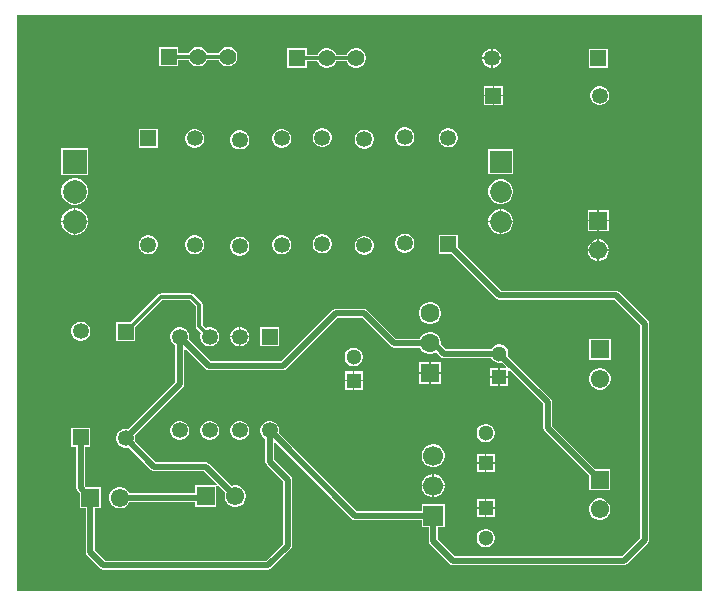
<source format=gtl>
G04*
G04 #@! TF.GenerationSoftware,Altium Limited,Altium Designer,23.6.0 (18)*
G04*
G04 Layer_Physical_Order=1*
G04 Layer_Color=255*
%FSLAX44Y44*%
%MOMM*%
G71*
G04*
G04 #@! TF.SameCoordinates,C98FF4F9-6FCD-44A5-A41D-EB2AB3F7E161*
G04*
G04*
G04 #@! TF.FilePolarity,Positive*
G04*
G01*
G75*
%ADD15R,1.5500X1.5500*%
%ADD16C,1.5500*%
%ADD17R,1.8500X1.8500*%
%ADD18C,1.8500*%
%ADD21C,1.4000*%
%ADD22R,1.4000X1.4000*%
%ADD25R,1.5500X1.5500*%
%ADD26R,1.3500X1.3500*%
%ADD27C,1.3500*%
%ADD33C,2.0000*%
%ADD34R,2.0000X2.0000*%
%ADD36C,0.5000*%
%ADD37C,0.3000*%
%ADD38R,1.3500X1.3500*%
%ADD39R,1.6000X1.6000*%
%ADD40C,1.6000*%
%ADD41C,1.3000*%
%ADD42R,1.3000X1.3000*%
%ADD43C,1.7000*%
%ADD44R,1.7000X1.7000*%
%ADD45C,4.0000*%
G36*
X579621Y0D02*
X0D01*
Y487680D01*
X579621D01*
Y0D01*
D02*
G37*
%LPC*%
G36*
X179390Y460390D02*
X177212D01*
X175109Y459826D01*
X173223Y458738D01*
X171683Y457198D01*
X170595Y455312D01*
X170496Y454944D01*
X161106D01*
X161007Y455312D01*
X159919Y457198D01*
X158379Y458738D01*
X156493Y459826D01*
X154390Y460390D01*
X152212D01*
X150109Y459826D01*
X148223Y458738D01*
X146683Y457198D01*
X145595Y455312D01*
X145496Y454944D01*
X136571D01*
Y460390D01*
X120031D01*
Y443850D01*
X136571D01*
Y449296D01*
X145496D01*
X145595Y448928D01*
X146683Y447042D01*
X148223Y445502D01*
X150109Y444414D01*
X152212Y443850D01*
X154390D01*
X156493Y444414D01*
X158379Y445502D01*
X159919Y447042D01*
X161007Y448928D01*
X161106Y449296D01*
X170496D01*
X170595Y448928D01*
X171683Y447042D01*
X173223Y445502D01*
X175109Y444414D01*
X177212Y443850D01*
X179390D01*
X181493Y444414D01*
X183379Y445502D01*
X184919Y447042D01*
X186007Y448928D01*
X186571Y451031D01*
Y453209D01*
X186007Y455312D01*
X184919Y457198D01*
X183379Y458738D01*
X181493Y459826D01*
X179390Y460390D01*
D02*
G37*
G36*
X288210Y459120D02*
X286032D01*
X283929Y458556D01*
X282043Y457468D01*
X280503Y455928D01*
X279415Y454042D01*
X279316Y453674D01*
X269926D01*
X269827Y454042D01*
X268739Y455928D01*
X267199Y457468D01*
X265313Y458556D01*
X263210Y459120D01*
X261032D01*
X258929Y458556D01*
X257043Y457468D01*
X255503Y455928D01*
X254415Y454042D01*
X254316Y453674D01*
X245391D01*
Y459120D01*
X228851D01*
Y442580D01*
X245391D01*
Y448026D01*
X254316D01*
X254415Y447658D01*
X255503Y445772D01*
X257043Y444232D01*
X258929Y443144D01*
X261032Y442580D01*
X263210D01*
X265313Y443144D01*
X267199Y444232D01*
X268739Y445772D01*
X269827Y447658D01*
X269926Y448026D01*
X279316D01*
X279415Y447658D01*
X280503Y445772D01*
X282043Y444232D01*
X283929Y443144D01*
X286032Y442580D01*
X288210D01*
X290313Y443144D01*
X292199Y444232D01*
X293739Y445772D01*
X294827Y447658D01*
X295391Y449761D01*
Y451939D01*
X294827Y454042D01*
X293739Y455928D01*
X292199Y457468D01*
X290313Y458556D01*
X288210Y459120D01*
D02*
G37*
G36*
X403047Y458870D02*
X402626D01*
Y451485D01*
X410011D01*
Y451906D01*
X409464Y453946D01*
X408409Y455774D01*
X406915Y457268D01*
X405087Y458324D01*
X403047Y458870D01*
D02*
G37*
G36*
X401356D02*
X400935D01*
X398895Y458324D01*
X397066Y457268D01*
X395573Y455774D01*
X394517Y453946D01*
X393971Y451906D01*
Y451485D01*
X401356D01*
Y458870D01*
D02*
G37*
G36*
X500011D02*
X483971D01*
Y442830D01*
X500011D01*
Y458870D01*
D02*
G37*
G36*
X410011Y450215D02*
X402626D01*
Y442830D01*
X403047D01*
X405087Y443377D01*
X406915Y444432D01*
X408409Y445926D01*
X409464Y447754D01*
X410011Y449794D01*
Y450215D01*
D02*
G37*
G36*
X401356D02*
X393971D01*
Y449794D01*
X394517Y447754D01*
X395573Y445926D01*
X397066Y444432D01*
X398895Y443377D01*
X400935Y442830D01*
X401356D01*
Y450215D01*
D02*
G37*
G36*
X411281Y427120D02*
X403896D01*
Y419735D01*
X411281D01*
Y427120D01*
D02*
G37*
G36*
X402626D02*
X395241D01*
Y419735D01*
X402626D01*
Y427120D01*
D02*
G37*
G36*
X494317D02*
X492205D01*
X490165Y426573D01*
X488336Y425518D01*
X486843Y424024D01*
X485788Y422196D01*
X485241Y420156D01*
Y418044D01*
X485788Y416004D01*
X486843Y414176D01*
X488336Y412682D01*
X490165Y411627D01*
X492205Y411080D01*
X494317D01*
X496357Y411627D01*
X498185Y412682D01*
X499679Y414176D01*
X500734Y416004D01*
X501281Y418044D01*
Y420156D01*
X500734Y422196D01*
X499679Y424024D01*
X498185Y425518D01*
X496357Y426573D01*
X494317Y427120D01*
D02*
G37*
G36*
X411281Y418465D02*
X403896D01*
Y411080D01*
X411281D01*
Y418465D01*
D02*
G37*
G36*
X402626D02*
X395241D01*
Y411080D01*
X402626D01*
Y418465D01*
D02*
G37*
G36*
X329217Y392110D02*
X327105D01*
X325065Y391563D01*
X323237Y390508D01*
X321743Y389014D01*
X320687Y387186D01*
X320141Y385146D01*
Y383034D01*
X320687Y380994D01*
X321743Y379166D01*
X323237Y377672D01*
X325065Y376617D01*
X327105Y376070D01*
X329217D01*
X331256Y376617D01*
X333085Y377672D01*
X334579Y379166D01*
X335634Y380994D01*
X336181Y383034D01*
Y385146D01*
X335634Y387186D01*
X334579Y389014D01*
X333085Y390508D01*
X331256Y391563D01*
X329217Y392110D01*
D02*
G37*
G36*
X259367Y391560D02*
X257255D01*
X255215Y391013D01*
X253386Y389958D01*
X251893Y388464D01*
X250837Y386636D01*
X250291Y384596D01*
Y382484D01*
X250837Y380444D01*
X251893Y378616D01*
X253386Y377122D01*
X255215Y376067D01*
X257255Y375520D01*
X259367D01*
X261406Y376067D01*
X263235Y377122D01*
X264729Y378616D01*
X265784Y380444D01*
X266331Y382484D01*
Y384596D01*
X265784Y386636D01*
X264729Y388464D01*
X263235Y389958D01*
X261406Y391013D01*
X259367Y391560D01*
D02*
G37*
G36*
X366047Y391390D02*
X363935D01*
X361895Y390844D01*
X360066Y389788D01*
X358573Y388294D01*
X357518Y386466D01*
X356971Y384426D01*
Y382314D01*
X357518Y380274D01*
X358573Y378446D01*
X360066Y376952D01*
X361895Y375897D01*
X363935Y375350D01*
X366047D01*
X368087Y375897D01*
X369915Y376952D01*
X371409Y378446D01*
X372464Y380274D01*
X373011Y382314D01*
Y384426D01*
X372464Y386466D01*
X371409Y388294D01*
X369915Y389788D01*
X368087Y390844D01*
X366047Y391390D01*
D02*
G37*
G36*
X225077Y390840D02*
X222965D01*
X220925Y390294D01*
X219097Y389238D01*
X217603Y387744D01*
X216548Y385916D01*
X216001Y383876D01*
Y381764D01*
X216548Y379724D01*
X217603Y377896D01*
X219097Y376402D01*
X220925Y375346D01*
X222965Y374800D01*
X225077D01*
X227117Y375346D01*
X228945Y376402D01*
X230439Y377896D01*
X231494Y379724D01*
X232041Y381764D01*
Y383876D01*
X231494Y385916D01*
X230439Y387744D01*
X228945Y389238D01*
X227117Y390294D01*
X225077Y390840D01*
D02*
G37*
G36*
X151417D02*
X149305D01*
X147265Y390294D01*
X145436Y389238D01*
X143943Y387744D01*
X142887Y385916D01*
X142341Y383876D01*
Y381764D01*
X142887Y379724D01*
X143943Y377896D01*
X145436Y376402D01*
X147265Y375346D01*
X149305Y374800D01*
X151417D01*
X153456Y375346D01*
X155285Y376402D01*
X156779Y377896D01*
X157834Y379724D01*
X158381Y381764D01*
Y383876D01*
X157834Y385916D01*
X156779Y387744D01*
X155285Y389238D01*
X153456Y390294D01*
X151417Y390840D01*
D02*
G37*
G36*
X119011D02*
X102971D01*
Y374800D01*
X119011D01*
Y390840D01*
D02*
G37*
G36*
X294927Y390290D02*
X292815D01*
X290775Y389743D01*
X288946Y388688D01*
X287453Y387194D01*
X286397Y385366D01*
X285851Y383326D01*
Y381214D01*
X286397Y379174D01*
X287453Y377346D01*
X288946Y375852D01*
X290775Y374796D01*
X292815Y374250D01*
X294927D01*
X296966Y374796D01*
X298795Y375852D01*
X300289Y377346D01*
X301344Y379174D01*
X301891Y381214D01*
Y383326D01*
X301344Y385366D01*
X300289Y387194D01*
X298795Y388688D01*
X296966Y389743D01*
X294927Y390290D01*
D02*
G37*
G36*
X189517Y389570D02*
X187405D01*
X185365Y389024D01*
X183536Y387968D01*
X182043Y386474D01*
X180987Y384646D01*
X180441Y382606D01*
Y380494D01*
X180987Y378454D01*
X182043Y376626D01*
X183536Y375132D01*
X185365Y374076D01*
X187405Y373530D01*
X189517D01*
X191556Y374076D01*
X193385Y375132D01*
X194879Y376626D01*
X195934Y378454D01*
X196481Y380494D01*
Y382606D01*
X195934Y384646D01*
X194879Y386474D01*
X193385Y387968D01*
X191556Y389024D01*
X189517Y389570D01*
D02*
G37*
G36*
X419961Y373740D02*
X398921D01*
Y352700D01*
X419961D01*
Y373740D01*
D02*
G37*
G36*
X60031Y374490D02*
X37491D01*
Y351950D01*
X60031D01*
Y374490D01*
D02*
G37*
G36*
X410826Y348340D02*
X408056D01*
X405380Y347623D01*
X402981Y346238D01*
X401023Y344279D01*
X399638Y341881D01*
X398921Y339205D01*
Y336435D01*
X399638Y333759D01*
X401023Y331361D01*
X402981Y329402D01*
X405380Y328017D01*
X408056Y327300D01*
X410826D01*
X413502Y328017D01*
X415900Y329402D01*
X417859Y331361D01*
X419244Y333759D01*
X419961Y336435D01*
Y339205D01*
X419244Y341881D01*
X417859Y344279D01*
X415900Y346238D01*
X413502Y347623D01*
X410826Y348340D01*
D02*
G37*
G36*
X50245Y349090D02*
X47277D01*
X44411Y348322D01*
X41841Y346838D01*
X39743Y344740D01*
X38259Y342170D01*
X37491Y339304D01*
Y336336D01*
X38259Y333470D01*
X39743Y330900D01*
X41841Y328802D01*
X44411Y327318D01*
X47277Y326550D01*
X50245D01*
X53111Y327318D01*
X55681Y328802D01*
X57779Y330900D01*
X59263Y333470D01*
X60031Y336336D01*
Y339304D01*
X59263Y342170D01*
X57779Y344740D01*
X55681Y346838D01*
X53111Y348322D01*
X50245Y349090D01*
D02*
G37*
G36*
X501011Y322310D02*
X492626D01*
Y313925D01*
X501011D01*
Y322310D01*
D02*
G37*
G36*
X491356D02*
X482971D01*
Y313925D01*
X491356D01*
Y322310D01*
D02*
G37*
G36*
X410826Y322940D02*
X410076D01*
Y313055D01*
X419961D01*
Y313805D01*
X419244Y316481D01*
X417859Y318879D01*
X415900Y320838D01*
X413502Y322223D01*
X410826Y322940D01*
D02*
G37*
G36*
X408806D02*
X408056D01*
X405380Y322223D01*
X402981Y320838D01*
X401023Y318879D01*
X399638Y316481D01*
X398921Y313805D01*
Y313055D01*
X408806D01*
Y322940D01*
D02*
G37*
G36*
X50245Y323690D02*
X49396D01*
Y313055D01*
X60031D01*
Y313904D01*
X59263Y316770D01*
X57779Y319340D01*
X55681Y321438D01*
X53111Y322922D01*
X50245Y323690D01*
D02*
G37*
G36*
X48126D02*
X47277D01*
X44411Y322922D01*
X41841Y321438D01*
X39743Y319340D01*
X38259Y316770D01*
X37491Y313904D01*
Y313055D01*
X48126D01*
Y323690D01*
D02*
G37*
G36*
X501011Y312655D02*
X492626D01*
Y304270D01*
X501011D01*
Y312655D01*
D02*
G37*
G36*
X491356D02*
X482971D01*
Y304270D01*
X491356D01*
Y312655D01*
D02*
G37*
G36*
X419961Y311785D02*
X410076D01*
Y301900D01*
X410826D01*
X413502Y302617D01*
X415900Y304002D01*
X417859Y305961D01*
X419244Y308359D01*
X419961Y311035D01*
Y311785D01*
D02*
G37*
G36*
X408806D02*
X398921D01*
Y311035D01*
X399638Y308359D01*
X401023Y305961D01*
X402981Y304002D01*
X405380Y302617D01*
X408056Y301900D01*
X408806D01*
Y311785D01*
D02*
G37*
G36*
X60031D02*
X49396D01*
Y301150D01*
X50245D01*
X53111Y301918D01*
X55681Y303402D01*
X57779Y305500D01*
X59263Y308070D01*
X60031Y310936D01*
Y311785D01*
D02*
G37*
G36*
X48126D02*
X37491D01*
Y310936D01*
X38259Y308070D01*
X39743Y305500D01*
X41841Y303402D01*
X44411Y301918D01*
X47277Y301150D01*
X48126D01*
Y311785D01*
D02*
G37*
G36*
X493178Y297310D02*
X492626D01*
Y288925D01*
X501011D01*
Y289478D01*
X500396Y291772D01*
X499209Y293828D01*
X497529Y295508D01*
X495472Y296695D01*
X493178Y297310D01*
D02*
G37*
G36*
X491356D02*
X490803D01*
X488509Y296695D01*
X486452Y295508D01*
X484773Y293828D01*
X483586Y291772D01*
X482971Y289478D01*
Y288925D01*
X491356D01*
Y297310D01*
D02*
G37*
G36*
X329217Y302110D02*
X327105D01*
X325065Y301563D01*
X323237Y300508D01*
X321743Y299014D01*
X320687Y297186D01*
X320141Y295146D01*
Y293034D01*
X320687Y290994D01*
X321743Y289166D01*
X323237Y287672D01*
X325065Y286616D01*
X327105Y286070D01*
X329217D01*
X331256Y286616D01*
X333085Y287672D01*
X334579Y289166D01*
X335634Y290994D01*
X336181Y293034D01*
Y295146D01*
X335634Y297186D01*
X334579Y299014D01*
X333085Y300508D01*
X331256Y301563D01*
X329217Y302110D01*
D02*
G37*
G36*
X259367Y301560D02*
X257255D01*
X255215Y301013D01*
X253386Y299958D01*
X251893Y298464D01*
X250837Y296636D01*
X250291Y294596D01*
Y292484D01*
X250837Y290444D01*
X251893Y288616D01*
X253386Y287122D01*
X255215Y286066D01*
X257255Y285520D01*
X259367D01*
X261406Y286066D01*
X263235Y287122D01*
X264729Y288616D01*
X265784Y290444D01*
X266331Y292484D01*
Y294596D01*
X265784Y296636D01*
X264729Y298464D01*
X263235Y299958D01*
X261406Y301013D01*
X259367Y301560D01*
D02*
G37*
G36*
X225077Y300840D02*
X222965D01*
X220925Y300294D01*
X219097Y299238D01*
X217603Y297744D01*
X216548Y295916D01*
X216001Y293876D01*
Y291764D01*
X216548Y289724D01*
X217603Y287896D01*
X219097Y286402D01*
X220925Y285347D01*
X222965Y284800D01*
X225077D01*
X227117Y285347D01*
X228945Y286402D01*
X230439Y287896D01*
X231494Y289724D01*
X232041Y291764D01*
Y293876D01*
X231494Y295916D01*
X230439Y297744D01*
X228945Y299238D01*
X227117Y300294D01*
X225077Y300840D01*
D02*
G37*
G36*
X151417D02*
X149305D01*
X147265Y300294D01*
X145436Y299238D01*
X143943Y297744D01*
X142887Y295916D01*
X142341Y293876D01*
Y291764D01*
X142887Y289724D01*
X143943Y287896D01*
X145436Y286402D01*
X147265Y285347D01*
X149305Y284800D01*
X151417D01*
X153456Y285347D01*
X155285Y286402D01*
X156779Y287896D01*
X157834Y289724D01*
X158381Y291764D01*
Y293876D01*
X157834Y295916D01*
X156779Y297744D01*
X155285Y299238D01*
X153456Y300294D01*
X151417Y300840D01*
D02*
G37*
G36*
X112047D02*
X109935D01*
X107895Y300294D01*
X106067Y299238D01*
X104573Y297744D01*
X103518Y295916D01*
X102971Y293876D01*
Y291764D01*
X103518Y289724D01*
X104573Y287896D01*
X106067Y286402D01*
X107895Y285347D01*
X109935Y284800D01*
X112047D01*
X114087Y285347D01*
X115915Y286402D01*
X117409Y287896D01*
X118464Y289724D01*
X119011Y291764D01*
Y293876D01*
X118464Y295916D01*
X117409Y297744D01*
X115915Y299238D01*
X114087Y300294D01*
X112047Y300840D01*
D02*
G37*
G36*
X294927Y300290D02*
X292815D01*
X290775Y299743D01*
X288946Y298688D01*
X287453Y297194D01*
X286397Y295366D01*
X285851Y293326D01*
Y291214D01*
X286397Y289174D01*
X287453Y287346D01*
X288946Y285852D01*
X290775Y284797D01*
X292815Y284250D01*
X294927D01*
X296966Y284797D01*
X298795Y285852D01*
X300289Y287346D01*
X301344Y289174D01*
X301891Y291214D01*
Y293326D01*
X301344Y295366D01*
X300289Y297194D01*
X298795Y298688D01*
X296966Y299743D01*
X294927Y300290D01*
D02*
G37*
G36*
X189517Y299570D02*
X187405D01*
X185365Y299023D01*
X183536Y297968D01*
X182043Y296474D01*
X180987Y294646D01*
X180441Y292606D01*
Y290494D01*
X180987Y288454D01*
X182043Y286626D01*
X183536Y285132D01*
X185365Y284076D01*
X187405Y283530D01*
X189517D01*
X191556Y284076D01*
X193385Y285132D01*
X194879Y286626D01*
X195934Y288454D01*
X196481Y290494D01*
Y292606D01*
X195934Y294646D01*
X194879Y296474D01*
X193385Y297968D01*
X191556Y299023D01*
X189517Y299570D01*
D02*
G37*
G36*
X501011Y287655D02*
X492626D01*
Y279270D01*
X493178D01*
X495472Y279885D01*
X497529Y281072D01*
X499209Y282752D01*
X500396Y284808D01*
X501011Y287103D01*
Y287655D01*
D02*
G37*
G36*
X491356D02*
X482971D01*
Y287103D01*
X483586Y284808D01*
X484773Y282752D01*
X486452Y281072D01*
X488509Y279885D01*
X490803Y279270D01*
X491356D01*
Y287655D01*
D02*
G37*
G36*
X147334Y251744D02*
X147333Y251744D01*
X121871D01*
X121871Y251744D01*
X120790Y251529D01*
X119874Y250917D01*
X95967Y227010D01*
X83921D01*
Y210970D01*
X99961D01*
Y223016D01*
X123041Y246096D01*
X146164D01*
X151368Y240891D01*
Y223828D01*
X151368Y223828D01*
X151583Y222747D01*
X152196Y221831D01*
X155728Y218299D01*
X155588Y218056D01*
X155041Y216016D01*
Y213904D01*
X155588Y211864D01*
X156643Y210036D01*
X158137Y208542D01*
X159965Y207486D01*
X162005Y206940D01*
X164117D01*
X166157Y207486D01*
X167985Y208542D01*
X169479Y210036D01*
X170534Y211864D01*
X171081Y213904D01*
Y216016D01*
X170534Y218056D01*
X169479Y219884D01*
X167985Y221378D01*
X166157Y222433D01*
X164117Y222980D01*
X162005D01*
X159965Y222433D01*
X159722Y222293D01*
X157017Y224998D01*
Y242061D01*
X156802Y243142D01*
X156190Y244058D01*
X156190Y244058D01*
X149331Y250917D01*
X148414Y251529D01*
X147334Y251744D01*
D02*
G37*
G36*
X293871Y238794D02*
X293871Y238794D01*
X269741D01*
X269741Y238794D01*
X268270Y238501D01*
X267023Y237668D01*
X267023Y237668D01*
X223699Y194344D01*
X163713D01*
X145358Y212699D01*
X145681Y213904D01*
Y216016D01*
X145134Y218056D01*
X144079Y219884D01*
X142585Y221378D01*
X140757Y222433D01*
X138717Y222980D01*
X136605D01*
X134565Y222433D01*
X132737Y221378D01*
X131243Y219884D01*
X130188Y218056D01*
X129641Y216016D01*
Y213904D01*
X130188Y211864D01*
X131243Y210036D01*
X132737Y208542D01*
X133817Y207918D01*
Y176302D01*
X94202Y136687D01*
X92997Y137010D01*
X90885D01*
X88845Y136463D01*
X87016Y135408D01*
X85523Y133914D01*
X84467Y132086D01*
X83921Y130046D01*
Y127934D01*
X84467Y125894D01*
X85523Y124066D01*
X87016Y122572D01*
X88845Y121517D01*
X90885Y120970D01*
X92997D01*
X94202Y121293D01*
X113521Y101973D01*
X113521Y101973D01*
X114769Y101140D01*
X116240Y100848D01*
X116240Y100848D01*
X158377D01*
X169104Y90120D01*
X168399Y89030D01*
X167514Y89030D01*
X150631D01*
Y82584D01*
X95057D01*
X94079Y84278D01*
X92399Y85958D01*
X90343Y87145D01*
X88048Y87760D01*
X85673D01*
X83379Y87145D01*
X81322Y85958D01*
X79643Y84278D01*
X78456Y82222D01*
X77841Y79928D01*
Y77552D01*
X78456Y75258D01*
X79643Y73202D01*
X81322Y71522D01*
X83379Y70335D01*
X85673Y69720D01*
X88048D01*
X90343Y70335D01*
X92399Y71522D01*
X94079Y73202D01*
X95057Y74896D01*
X150631D01*
Y70990D01*
X168671D01*
Y87792D01*
X168671Y88758D01*
X169761Y89464D01*
X176137Y83088D01*
X175631Y81198D01*
Y78822D01*
X176246Y76528D01*
X177433Y74472D01*
X179112Y72792D01*
X181169Y71605D01*
X183463Y70990D01*
X185838D01*
X188132Y71605D01*
X190189Y72792D01*
X191869Y74472D01*
X193056Y76528D01*
X193671Y78822D01*
Y81198D01*
X193056Y83492D01*
X191869Y85548D01*
X190189Y87228D01*
X188132Y88415D01*
X185838Y89030D01*
X183463D01*
X181573Y88524D01*
X162688Y107409D01*
X161441Y108243D01*
X159970Y108535D01*
X159970Y108535D01*
X117832D01*
X99638Y126729D01*
X99961Y127934D01*
Y130046D01*
X99638Y131251D01*
X140379Y171992D01*
X140379Y171992D01*
X141212Y173239D01*
X141505Y174710D01*
Y204021D01*
X142678Y204507D01*
X159403Y187782D01*
X159403Y187782D01*
X160650Y186949D01*
X162121Y186656D01*
X225291D01*
X225291Y186656D01*
X226762Y186949D01*
X228009Y187782D01*
X271333Y231106D01*
X292279D01*
X316553Y206832D01*
X316553Y206832D01*
X317800Y205999D01*
X319271Y205706D01*
X319271Y205706D01*
X341266D01*
X342333Y203858D01*
X344059Y202132D01*
X346173Y200912D01*
X348531Y200280D01*
X350971D01*
X353329Y200912D01*
X354978Y201864D01*
X358899Y197942D01*
X358899Y197942D01*
X360146Y197109D01*
X361618Y196816D01*
X361618Y196816D01*
X401418D01*
X401953Y195889D01*
X403400Y194443D01*
X405172Y193419D01*
X407148Y192890D01*
X409194D01*
X410328Y193194D01*
X413919Y189603D01*
X413433Y188430D01*
X408806D01*
Y181295D01*
X415941D01*
Y185922D01*
X417114Y186408D01*
X445586Y157937D01*
Y137812D01*
X445586Y137811D01*
X445878Y136341D01*
X446711Y135093D01*
X484241Y97564D01*
Y84960D01*
X502281D01*
Y103000D01*
X489677D01*
X453273Y139404D01*
Y159529D01*
X452981Y161000D01*
X452147Y162247D01*
X452147Y162247D01*
X415691Y198704D01*
X415941Y199637D01*
Y201683D01*
X415411Y203659D01*
X414389Y205431D01*
X412942Y206877D01*
X411170Y207901D01*
X409194Y208430D01*
X407148D01*
X405172Y207901D01*
X403400Y206877D01*
X401953Y205431D01*
X401418Y204504D01*
X363210D01*
X359021Y208693D01*
Y210770D01*
X358389Y213128D01*
X357169Y215242D01*
X355443Y216968D01*
X353329Y218188D01*
X350971Y218820D01*
X348531D01*
X346173Y218188D01*
X344059Y216968D01*
X342333Y215242D01*
X341266Y213394D01*
X320863D01*
X296589Y237668D01*
X295342Y238501D01*
X295098Y238550D01*
X293871Y238794D01*
D02*
G37*
G36*
X350971Y244220D02*
X348531D01*
X346173Y243588D01*
X344059Y242368D01*
X342333Y240642D01*
X341113Y238528D01*
X340481Y236170D01*
Y233730D01*
X341113Y231372D01*
X342333Y229258D01*
X344059Y227532D01*
X346173Y226312D01*
X348531Y225680D01*
X350971D01*
X353329Y226312D01*
X355443Y227532D01*
X357169Y229258D01*
X358389Y231372D01*
X359021Y233730D01*
Y236170D01*
X358389Y238528D01*
X357169Y240642D01*
X355443Y242368D01*
X353329Y243588D01*
X350971Y244220D01*
D02*
G37*
G36*
X189517Y222980D02*
X189096D01*
Y215595D01*
X196481D01*
Y216016D01*
X195934Y218056D01*
X194879Y219884D01*
X193385Y221378D01*
X191556Y222433D01*
X189517Y222980D01*
D02*
G37*
G36*
X187826D02*
X187405D01*
X185365Y222433D01*
X183536Y221378D01*
X182043Y219884D01*
X180987Y218056D01*
X180441Y216016D01*
Y215595D01*
X187826D01*
Y222980D01*
D02*
G37*
G36*
X54897Y227730D02*
X52785D01*
X50745Y227183D01*
X48917Y226128D01*
X47423Y224634D01*
X46368Y222806D01*
X45821Y220766D01*
Y218654D01*
X46368Y216614D01*
X47423Y214786D01*
X48917Y213292D01*
X50745Y212236D01*
X52785Y211690D01*
X54897D01*
X56936Y212236D01*
X58765Y213292D01*
X60259Y214786D01*
X61314Y216614D01*
X61861Y218654D01*
Y220766D01*
X61314Y222806D01*
X60259Y224634D01*
X58765Y226128D01*
X56936Y227183D01*
X54897Y227730D01*
D02*
G37*
G36*
X221881Y222980D02*
X205841D01*
Y206940D01*
X221881D01*
Y222980D01*
D02*
G37*
G36*
X196481Y214325D02*
X189096D01*
Y206940D01*
X189517D01*
X191556Y207486D01*
X193385Y208542D01*
X194879Y210036D01*
X195934Y211864D01*
X196481Y213904D01*
Y214325D01*
D02*
G37*
G36*
X187826D02*
X180441D01*
Y213904D01*
X180987Y211864D01*
X182043Y210036D01*
X183536Y208542D01*
X185365Y207486D01*
X187405Y206940D01*
X187826D01*
Y214325D01*
D02*
G37*
G36*
X502451Y213290D02*
X484411D01*
Y195250D01*
X502451D01*
Y213290D01*
D02*
G37*
G36*
X286004Y205570D02*
X283958D01*
X281982Y205040D01*
X280210Y204018D01*
X278763Y202571D01*
X277740Y200799D01*
X277211Y198823D01*
Y196777D01*
X277740Y194801D01*
X278763Y193029D01*
X280210Y191582D01*
X281982Y190560D01*
X283958Y190030D01*
X286004D01*
X287980Y190560D01*
X289752Y191582D01*
X291199Y193029D01*
X292221Y194801D01*
X292751Y196777D01*
Y198823D01*
X292221Y200799D01*
X291199Y202571D01*
X289752Y204018D01*
X287980Y205040D01*
X286004Y205570D01*
D02*
G37*
G36*
X359021Y193420D02*
X350386D01*
Y184785D01*
X359021D01*
Y193420D01*
D02*
G37*
G36*
X349116D02*
X340481D01*
Y184785D01*
X349116D01*
Y193420D01*
D02*
G37*
G36*
X407536Y188430D02*
X400401D01*
Y181295D01*
X407536D01*
Y188430D01*
D02*
G37*
G36*
X292751Y185570D02*
X285616D01*
Y178435D01*
X292751D01*
Y185570D01*
D02*
G37*
G36*
X284346D02*
X277211D01*
Y178435D01*
X284346D01*
Y185570D01*
D02*
G37*
G36*
X359021Y183515D02*
X350386D01*
Y174880D01*
X359021D01*
Y183515D01*
D02*
G37*
G36*
X349116D02*
X340481D01*
Y174880D01*
X349116D01*
Y183515D01*
D02*
G37*
G36*
X415941Y180025D02*
X408806D01*
Y172890D01*
X415941D01*
Y180025D01*
D02*
G37*
G36*
X407536D02*
X400401D01*
Y172890D01*
X407536D01*
Y180025D01*
D02*
G37*
G36*
X494618Y188290D02*
X492243D01*
X489949Y187675D01*
X487892Y186488D01*
X486213Y184808D01*
X485026Y182752D01*
X484411Y180457D01*
Y178083D01*
X485026Y175788D01*
X486213Y173732D01*
X487892Y172052D01*
X489949Y170865D01*
X492243Y170250D01*
X494618D01*
X496912Y170865D01*
X498969Y172052D01*
X500649Y173732D01*
X501836Y175788D01*
X502451Y178083D01*
Y180457D01*
X501836Y182752D01*
X500649Y184808D01*
X498969Y186488D01*
X496912Y187675D01*
X494618Y188290D01*
D02*
G37*
G36*
X292751Y177165D02*
X285616D01*
Y170030D01*
X292751D01*
Y177165D01*
D02*
G37*
G36*
X284346D02*
X277211D01*
Y170030D01*
X284346D01*
Y177165D01*
D02*
G37*
G36*
X189517Y143580D02*
X187405D01*
X185365Y143034D01*
X183536Y141978D01*
X182043Y140484D01*
X180987Y138656D01*
X180441Y136616D01*
Y134504D01*
X180987Y132464D01*
X182043Y130636D01*
X183536Y129142D01*
X185365Y128087D01*
X187405Y127540D01*
X189517D01*
X191556Y128087D01*
X193385Y129142D01*
X194879Y130636D01*
X195934Y132464D01*
X196481Y134504D01*
Y136616D01*
X195934Y138656D01*
X194879Y140484D01*
X193385Y141978D01*
X191556Y143034D01*
X189517Y143580D01*
D02*
G37*
G36*
X164117D02*
X162005D01*
X159965Y143034D01*
X158137Y141978D01*
X156643Y140484D01*
X155588Y138656D01*
X155041Y136616D01*
Y134504D01*
X155588Y132464D01*
X156643Y130636D01*
X158137Y129142D01*
X159965Y128087D01*
X162005Y127540D01*
X164117D01*
X166157Y128087D01*
X167985Y129142D01*
X169479Y130636D01*
X170534Y132464D01*
X171081Y134504D01*
Y136616D01*
X170534Y138656D01*
X169479Y140484D01*
X167985Y141978D01*
X166157Y143034D01*
X164117Y143580D01*
D02*
G37*
G36*
X138717D02*
X136605D01*
X134565Y143034D01*
X132737Y141978D01*
X131243Y140484D01*
X130188Y138656D01*
X129641Y136616D01*
Y134504D01*
X130188Y132464D01*
X131243Y130636D01*
X132737Y129142D01*
X134565Y128087D01*
X136605Y127540D01*
X138717D01*
X140757Y128087D01*
X142585Y129142D01*
X144079Y130636D01*
X145134Y132464D01*
X145681Y134504D01*
Y136616D01*
X145134Y138656D01*
X144079Y140484D01*
X142585Y141978D01*
X140757Y143034D01*
X138717Y143580D01*
D02*
G37*
G36*
X397764Y141120D02*
X395718D01*
X393742Y140590D01*
X391970Y139567D01*
X390523Y138121D01*
X389501Y136349D01*
X388971Y134373D01*
Y132327D01*
X389501Y130351D01*
X390523Y128579D01*
X391970Y127133D01*
X393742Y126110D01*
X395718Y125580D01*
X397764D01*
X399740Y126110D01*
X401512Y127133D01*
X402958Y128579D01*
X403981Y130351D01*
X404511Y132327D01*
Y134373D01*
X403981Y136349D01*
X402958Y138121D01*
X401512Y139567D01*
X399740Y140590D01*
X397764Y141120D01*
D02*
G37*
G36*
X404511Y115720D02*
X397376D01*
Y108585D01*
X404511D01*
Y115720D01*
D02*
G37*
G36*
X396106D02*
X388971D01*
Y108585D01*
X396106D01*
Y115720D01*
D02*
G37*
G36*
X353577Y124070D02*
X351005D01*
X348520Y123404D01*
X346292Y122118D01*
X344473Y120299D01*
X343187Y118071D01*
X342521Y115586D01*
Y113014D01*
X343187Y110529D01*
X344473Y108301D01*
X346292Y106482D01*
X348520Y105196D01*
X351005Y104530D01*
X353577D01*
X356062Y105196D01*
X358290Y106482D01*
X360109Y108301D01*
X361395Y110529D01*
X362061Y113014D01*
Y115586D01*
X361395Y118071D01*
X360109Y120299D01*
X358290Y122118D01*
X356062Y123404D01*
X353577Y124070D01*
D02*
G37*
G36*
X404511Y107315D02*
X397376D01*
Y100180D01*
X404511D01*
Y107315D01*
D02*
G37*
G36*
X396106D02*
X388971D01*
Y100180D01*
X396106D01*
Y107315D01*
D02*
G37*
G36*
X353577Y98670D02*
X352926D01*
Y89535D01*
X362061D01*
Y90186D01*
X361395Y92671D01*
X360109Y94899D01*
X358290Y96718D01*
X356062Y98004D01*
X353577Y98670D01*
D02*
G37*
G36*
X351656D02*
X351005D01*
X348520Y98004D01*
X346292Y96718D01*
X344473Y94899D01*
X343187Y92671D01*
X342521Y90186D01*
Y89535D01*
X351656D01*
Y98670D01*
D02*
G37*
G36*
X362061Y88265D02*
X352926D01*
Y79130D01*
X353577D01*
X356062Y79796D01*
X358290Y81082D01*
X360109Y82901D01*
X361395Y85129D01*
X362061Y87614D01*
Y88265D01*
D02*
G37*
G36*
X351656D02*
X342521D01*
Y87614D01*
X343187Y85129D01*
X344473Y82901D01*
X346292Y81082D01*
X348520Y79796D01*
X351005Y79130D01*
X351656D01*
Y88265D01*
D02*
G37*
G36*
X404511Y77620D02*
X397376D01*
Y70485D01*
X404511D01*
Y77620D01*
D02*
G37*
G36*
X396106D02*
X388971D01*
Y70485D01*
X396106D01*
Y77620D01*
D02*
G37*
G36*
X404511Y69215D02*
X397376D01*
Y62080D01*
X404511D01*
Y69215D01*
D02*
G37*
G36*
X396106D02*
X388971D01*
Y62080D01*
X396106D01*
Y69215D01*
D02*
G37*
G36*
X494448Y78000D02*
X492073D01*
X489779Y77385D01*
X487723Y76198D01*
X486043Y74518D01*
X484856Y72462D01*
X484241Y70167D01*
Y67793D01*
X484856Y65498D01*
X486043Y63442D01*
X487723Y61762D01*
X489779Y60575D01*
X492073Y59960D01*
X494448D01*
X496743Y60575D01*
X498799Y61762D01*
X500479Y63442D01*
X501666Y65498D01*
X502281Y67793D01*
Y70167D01*
X501666Y72462D01*
X500479Y74518D01*
X498799Y76198D01*
X496743Y77385D01*
X494448Y78000D01*
D02*
G37*
G36*
X397764Y52220D02*
X395718D01*
X393742Y51691D01*
X391970Y50668D01*
X390523Y49221D01*
X389501Y47449D01*
X388971Y45473D01*
Y43427D01*
X389501Y41451D01*
X390523Y39679D01*
X391970Y38233D01*
X393742Y37209D01*
X395718Y36680D01*
X397764D01*
X399740Y37209D01*
X401512Y38233D01*
X402958Y39679D01*
X403981Y41451D01*
X404511Y43427D01*
Y45473D01*
X403981Y47449D01*
X402958Y49221D01*
X401512Y50668D01*
X399740Y51691D01*
X397764Y52220D01*
D02*
G37*
G36*
X373011Y301390D02*
X356971D01*
Y285350D01*
X367575D01*
X405453Y247472D01*
X406700Y246639D01*
X408171Y246346D01*
X408171Y246346D01*
X505639D01*
X527517Y224468D01*
Y44772D01*
X511989Y29244D01*
X370393D01*
X356135Y43502D01*
Y53730D01*
X362061D01*
Y73270D01*
X342521D01*
Y67344D01*
X287513D01*
X221558Y133299D01*
X221881Y134504D01*
Y136616D01*
X221334Y138656D01*
X220279Y140484D01*
X218785Y141978D01*
X216957Y143034D01*
X214917Y143580D01*
X212805D01*
X210765Y143034D01*
X208937Y141978D01*
X207443Y140484D01*
X206388Y138656D01*
X205841Y136616D01*
Y134504D01*
X206388Y132464D01*
X207443Y130636D01*
X208937Y129142D01*
X210017Y128518D01*
Y109220D01*
X210017Y109220D01*
X210310Y107749D01*
X211143Y106502D01*
X225257Y92388D01*
Y39692D01*
X210999Y25434D01*
X74483D01*
X65705Y34212D01*
Y69720D01*
X70881D01*
Y87760D01*
X58277D01*
X57685Y88352D01*
Y121690D01*
X61861D01*
Y137730D01*
X45821D01*
Y121690D01*
X49997D01*
Y86760D01*
X49997Y86760D01*
X50290Y85289D01*
X51123Y84042D01*
X52841Y82324D01*
Y69720D01*
X58017D01*
Y32620D01*
X58017Y32620D01*
X58310Y31149D01*
X59143Y29902D01*
X70173Y18872D01*
X71420Y18039D01*
X72891Y17746D01*
X72891Y17746D01*
X212591D01*
X212591Y17746D01*
X214062Y18039D01*
X215309Y18872D01*
X231819Y35382D01*
X231819Y35382D01*
X232652Y36629D01*
X232945Y38100D01*
X232945Y38100D01*
Y93980D01*
X232652Y95451D01*
X231819Y96698D01*
X231819Y96698D01*
X217705Y110812D01*
Y124621D01*
X218878Y125107D01*
X283203Y60782D01*
X283203Y60782D01*
X284450Y59949D01*
X285921Y59656D01*
X342521D01*
Y53730D01*
X348447D01*
Y41910D01*
X348447Y41910D01*
X348740Y40439D01*
X349573Y39192D01*
X366083Y22682D01*
X366083Y22682D01*
X367330Y21849D01*
X368801Y21556D01*
X368801Y21556D01*
X513581D01*
X513581Y21556D01*
X515052Y21849D01*
X516299Y22682D01*
X534079Y40462D01*
X534079Y40462D01*
X534912Y41709D01*
X535205Y43180D01*
Y226060D01*
X535205Y226060D01*
X534912Y227531D01*
X534079Y228778D01*
X509949Y252908D01*
X508702Y253741D01*
X507231Y254034D01*
X507231Y254034D01*
X409763D01*
X373011Y290786D01*
Y301390D01*
D02*
G37*
%LPD*%
D15*
X491991Y313290D02*
D03*
X493431Y204270D02*
D03*
X493261Y93980D02*
D03*
D16*
X491991Y288290D02*
D03*
X493431Y179270D02*
D03*
X184651Y80010D02*
D03*
X86861Y78740D02*
D03*
X493261Y68980D02*
D03*
D17*
X409441Y363220D02*
D03*
D18*
Y337820D02*
D03*
Y312420D02*
D03*
D21*
X287121Y450850D02*
D03*
X262121D02*
D03*
X178301Y452120D02*
D03*
X153301D02*
D03*
D22*
X237121Y450850D02*
D03*
X128301Y452120D02*
D03*
D25*
X159651Y80010D02*
D03*
X61861Y78740D02*
D03*
D26*
X213861Y214960D02*
D03*
X53841Y129710D02*
D03*
X364991Y293370D02*
D03*
X91941Y218990D02*
D03*
X110991Y382820D02*
D03*
D27*
X493261Y419100D02*
D03*
X401991Y450850D02*
D03*
X188461Y214960D02*
D03*
X163061D02*
D03*
X137661D02*
D03*
Y135560D02*
D03*
X163061D02*
D03*
X188461D02*
D03*
X213861D02*
D03*
X53841Y219710D02*
D03*
X364991Y383370D02*
D03*
X328161Y384090D02*
D03*
Y294090D02*
D03*
X293871Y292270D02*
D03*
Y382270D02*
D03*
X258311Y383540D02*
D03*
Y293540D02*
D03*
X224021Y292820D02*
D03*
Y382820D02*
D03*
X91941Y128990D02*
D03*
X188461Y381550D02*
D03*
Y291550D02*
D03*
X150361Y292820D02*
D03*
Y382820D02*
D03*
X110991Y292820D02*
D03*
D33*
X48761Y312420D02*
D03*
Y337820D02*
D03*
D34*
Y363220D02*
D03*
D36*
X352291Y41910D02*
Y63500D01*
X368801Y25400D02*
X513581D01*
X352291Y41910D02*
X368801Y25400D01*
X513581D02*
X531361Y43180D01*
X507231Y250190D02*
X531361Y226060D01*
Y43180D02*
Y226060D01*
X408171Y250190D02*
X507231D01*
X364991Y293370D02*
X408171Y250190D01*
X213861Y109220D02*
Y135560D01*
X61861Y32620D02*
X72891Y21590D01*
X61861Y32620D02*
Y78740D01*
X72891Y21590D02*
X212591D01*
X229101Y38100D02*
Y93980D01*
X212591Y21590D02*
X229101Y38100D01*
X213861Y109220D02*
X229101Y93980D01*
X285921Y63500D02*
X352291D01*
X213861Y135560D02*
X285921Y63500D01*
X53841Y86760D02*
Y129710D01*
Y86760D02*
X61861Y78740D01*
X137661Y214960D02*
X162121Y190500D01*
X225291D01*
X269741Y234950D02*
X293871D01*
X225291Y190500D02*
X269741Y234950D01*
X319271Y209550D02*
X349751D01*
X293871Y234950D02*
X319271Y209550D01*
X361618Y200660D02*
X408171D01*
X352728Y209550D02*
X361618Y200660D01*
X349751Y209550D02*
X352728D01*
X449429Y137811D02*
X493261Y93980D01*
X449429Y137811D02*
Y159529D01*
X408299Y200660D02*
X449429Y159529D01*
X408171Y200660D02*
X408299D01*
X91941Y128990D02*
X137661Y174710D01*
Y214960D01*
X159970Y104691D02*
X184651Y80010D01*
X116240Y104691D02*
X159970D01*
X91941Y128990D02*
X116240Y104691D01*
X86861Y78740D02*
X158381D01*
X159651Y80010D01*
D37*
X262121Y450850D02*
X287121D01*
X237121D02*
X262121D01*
X153301Y452120D02*
X178301D01*
X128301D02*
X153301D01*
X396741Y43507D02*
Y44450D01*
X121871Y248920D02*
X147334D01*
X154193Y223828D02*
X163061Y214960D01*
X154193Y223828D02*
Y242061D01*
X147334Y248920D02*
X154193Y242061D01*
X91941Y218990D02*
X121871Y248920D01*
D38*
X403261Y419100D02*
D03*
X491991Y450850D02*
D03*
D39*
X349751Y184150D02*
D03*
D40*
Y209550D02*
D03*
Y234950D02*
D03*
D41*
X396741Y44450D02*
D03*
Y133350D02*
D03*
X284981Y197800D02*
D03*
X408171Y200660D02*
D03*
D42*
X396741Y69850D02*
D03*
Y107950D02*
D03*
X284981Y177800D02*
D03*
X408171Y180660D02*
D03*
D43*
X352291Y114300D02*
D03*
Y88900D02*
D03*
D44*
Y63500D02*
D03*
D45*
X23361Y24130D02*
D03*
X554221D02*
D03*
X551681Y455930D02*
D03*
X28441D02*
D03*
M02*

</source>
